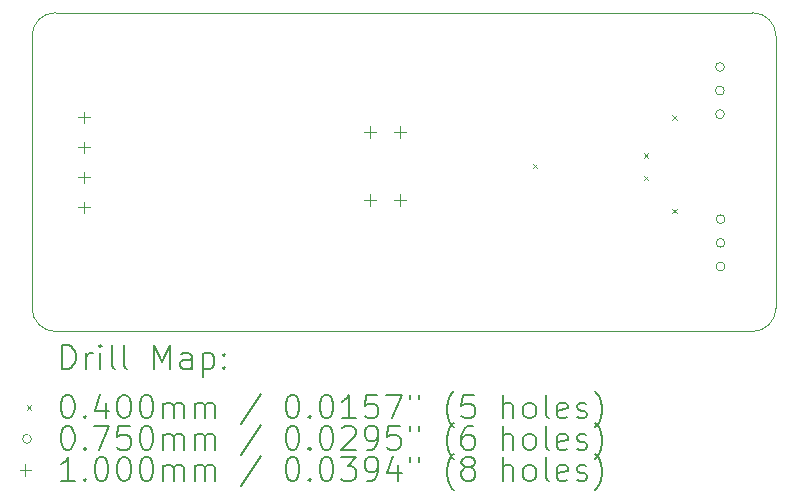
<source format=gbr>
%TF.GenerationSoftware,KiCad,Pcbnew,7.0.9-1.fc39*%
%TF.CreationDate,2023-11-14T16:17:19+02:00*%
%TF.ProjectId,CAN_transceiver_module,43414e5f-7472-4616-9e73-636569766572,v1.0*%
%TF.SameCoordinates,Original*%
%TF.FileFunction,Drillmap*%
%TF.FilePolarity,Positive*%
%FSLAX45Y45*%
G04 Gerber Fmt 4.5, Leading zero omitted, Abs format (unit mm)*
G04 Created by KiCad (PCBNEW 7.0.9-1.fc39) date 2023-11-14 16:17:19*
%MOMM*%
%LPD*%
G01*
G04 APERTURE LIST*
%ADD10C,0.100000*%
%ADD11C,0.200000*%
G04 APERTURE END LIST*
D10*
X9900000Y-8700000D02*
G75*
G03*
X9700000Y-8900000I0J-200000D01*
G01*
X16000000Y-8900000D02*
G75*
G03*
X15800000Y-8700000I-200000J0D01*
G01*
X9900000Y-8700000D02*
X15800000Y-8700000D01*
X9700000Y-11200000D02*
G75*
G03*
X9900000Y-11400000I200000J0D01*
G01*
X9700000Y-11200000D02*
X9700000Y-8900000D01*
X15800000Y-11400000D02*
G75*
G03*
X16000000Y-11200000I0J200000D01*
G01*
X16000000Y-8900000D02*
X16000000Y-11200000D01*
X15800000Y-11400000D02*
X9900000Y-11400000D01*
D11*
D10*
X13940000Y-9980000D02*
X13980000Y-10020000D01*
X13980000Y-9980000D02*
X13940000Y-10020000D01*
X14880000Y-9890000D02*
X14920000Y-9930000D01*
X14920000Y-9890000D02*
X14880000Y-9930000D01*
X14880000Y-10080000D02*
X14920000Y-10120000D01*
X14920000Y-10080000D02*
X14880000Y-10120000D01*
X15120000Y-9570000D02*
X15160000Y-9610000D01*
X15160000Y-9570000D02*
X15120000Y-9610000D01*
X15120000Y-10360000D02*
X15160000Y-10400000D01*
X15160000Y-10360000D02*
X15120000Y-10400000D01*
X15562500Y-9160000D02*
G75*
G03*
X15562500Y-9160000I-37500J0D01*
G01*
X15562500Y-9360000D02*
G75*
G03*
X15562500Y-9360000I-37500J0D01*
G01*
X15562500Y-9560000D02*
G75*
G03*
X15562500Y-9560000I-37500J0D01*
G01*
X15567500Y-10450000D02*
G75*
G03*
X15567500Y-10450000I-37500J0D01*
G01*
X15567500Y-10650000D02*
G75*
G03*
X15567500Y-10650000I-37500J0D01*
G01*
X15567500Y-10850000D02*
G75*
G03*
X15567500Y-10850000I-37500J0D01*
G01*
X10140000Y-9538000D02*
X10140000Y-9638000D01*
X10090000Y-9588000D02*
X10190000Y-9588000D01*
X10140000Y-9792000D02*
X10140000Y-9892000D01*
X10090000Y-9842000D02*
X10190000Y-9842000D01*
X10140000Y-10046000D02*
X10140000Y-10146000D01*
X10090000Y-10096000D02*
X10190000Y-10096000D01*
X10140000Y-10300000D02*
X10140000Y-10400000D01*
X10090000Y-10350000D02*
X10190000Y-10350000D01*
X12562500Y-9660000D02*
X12562500Y-9760000D01*
X12512500Y-9710000D02*
X12612500Y-9710000D01*
X12563500Y-10240000D02*
X12563500Y-10340000D01*
X12513500Y-10290000D02*
X12613500Y-10290000D01*
X12816500Y-9660000D02*
X12816500Y-9760000D01*
X12766500Y-9710000D02*
X12866500Y-9710000D01*
X12817500Y-10240000D02*
X12817500Y-10340000D01*
X12767500Y-10290000D02*
X12867500Y-10290000D01*
D11*
X9955777Y-11716484D02*
X9955777Y-11516484D01*
X9955777Y-11516484D02*
X10003396Y-11516484D01*
X10003396Y-11516484D02*
X10031967Y-11526008D01*
X10031967Y-11526008D02*
X10051015Y-11545055D01*
X10051015Y-11545055D02*
X10060539Y-11564103D01*
X10060539Y-11564103D02*
X10070063Y-11602198D01*
X10070063Y-11602198D02*
X10070063Y-11630769D01*
X10070063Y-11630769D02*
X10060539Y-11668865D01*
X10060539Y-11668865D02*
X10051015Y-11687912D01*
X10051015Y-11687912D02*
X10031967Y-11706960D01*
X10031967Y-11706960D02*
X10003396Y-11716484D01*
X10003396Y-11716484D02*
X9955777Y-11716484D01*
X10155777Y-11716484D02*
X10155777Y-11583150D01*
X10155777Y-11621246D02*
X10165301Y-11602198D01*
X10165301Y-11602198D02*
X10174824Y-11592674D01*
X10174824Y-11592674D02*
X10193872Y-11583150D01*
X10193872Y-11583150D02*
X10212920Y-11583150D01*
X10279586Y-11716484D02*
X10279586Y-11583150D01*
X10279586Y-11516484D02*
X10270063Y-11526008D01*
X10270063Y-11526008D02*
X10279586Y-11535531D01*
X10279586Y-11535531D02*
X10289110Y-11526008D01*
X10289110Y-11526008D02*
X10279586Y-11516484D01*
X10279586Y-11516484D02*
X10279586Y-11535531D01*
X10403396Y-11716484D02*
X10384348Y-11706960D01*
X10384348Y-11706960D02*
X10374824Y-11687912D01*
X10374824Y-11687912D02*
X10374824Y-11516484D01*
X10508158Y-11716484D02*
X10489110Y-11706960D01*
X10489110Y-11706960D02*
X10479586Y-11687912D01*
X10479586Y-11687912D02*
X10479586Y-11516484D01*
X10736729Y-11716484D02*
X10736729Y-11516484D01*
X10736729Y-11516484D02*
X10803396Y-11659341D01*
X10803396Y-11659341D02*
X10870063Y-11516484D01*
X10870063Y-11516484D02*
X10870063Y-11716484D01*
X11051015Y-11716484D02*
X11051015Y-11611722D01*
X11051015Y-11611722D02*
X11041491Y-11592674D01*
X11041491Y-11592674D02*
X11022444Y-11583150D01*
X11022444Y-11583150D02*
X10984348Y-11583150D01*
X10984348Y-11583150D02*
X10965301Y-11592674D01*
X11051015Y-11706960D02*
X11031967Y-11716484D01*
X11031967Y-11716484D02*
X10984348Y-11716484D01*
X10984348Y-11716484D02*
X10965301Y-11706960D01*
X10965301Y-11706960D02*
X10955777Y-11687912D01*
X10955777Y-11687912D02*
X10955777Y-11668865D01*
X10955777Y-11668865D02*
X10965301Y-11649817D01*
X10965301Y-11649817D02*
X10984348Y-11640293D01*
X10984348Y-11640293D02*
X11031967Y-11640293D01*
X11031967Y-11640293D02*
X11051015Y-11630769D01*
X11146253Y-11583150D02*
X11146253Y-11783150D01*
X11146253Y-11592674D02*
X11165301Y-11583150D01*
X11165301Y-11583150D02*
X11203396Y-11583150D01*
X11203396Y-11583150D02*
X11222443Y-11592674D01*
X11222443Y-11592674D02*
X11231967Y-11602198D01*
X11231967Y-11602198D02*
X11241491Y-11621246D01*
X11241491Y-11621246D02*
X11241491Y-11678388D01*
X11241491Y-11678388D02*
X11231967Y-11697436D01*
X11231967Y-11697436D02*
X11222443Y-11706960D01*
X11222443Y-11706960D02*
X11203396Y-11716484D01*
X11203396Y-11716484D02*
X11165301Y-11716484D01*
X11165301Y-11716484D02*
X11146253Y-11706960D01*
X11327205Y-11697436D02*
X11336729Y-11706960D01*
X11336729Y-11706960D02*
X11327205Y-11716484D01*
X11327205Y-11716484D02*
X11317682Y-11706960D01*
X11317682Y-11706960D02*
X11327205Y-11697436D01*
X11327205Y-11697436D02*
X11327205Y-11716484D01*
X11327205Y-11592674D02*
X11336729Y-11602198D01*
X11336729Y-11602198D02*
X11327205Y-11611722D01*
X11327205Y-11611722D02*
X11317682Y-11602198D01*
X11317682Y-11602198D02*
X11327205Y-11592674D01*
X11327205Y-11592674D02*
X11327205Y-11611722D01*
D10*
X9655000Y-12025000D02*
X9695000Y-12065000D01*
X9695000Y-12025000D02*
X9655000Y-12065000D01*
D11*
X9993872Y-11936484D02*
X10012920Y-11936484D01*
X10012920Y-11936484D02*
X10031967Y-11946008D01*
X10031967Y-11946008D02*
X10041491Y-11955531D01*
X10041491Y-11955531D02*
X10051015Y-11974579D01*
X10051015Y-11974579D02*
X10060539Y-12012674D01*
X10060539Y-12012674D02*
X10060539Y-12060293D01*
X10060539Y-12060293D02*
X10051015Y-12098388D01*
X10051015Y-12098388D02*
X10041491Y-12117436D01*
X10041491Y-12117436D02*
X10031967Y-12126960D01*
X10031967Y-12126960D02*
X10012920Y-12136484D01*
X10012920Y-12136484D02*
X9993872Y-12136484D01*
X9993872Y-12136484D02*
X9974824Y-12126960D01*
X9974824Y-12126960D02*
X9965301Y-12117436D01*
X9965301Y-12117436D02*
X9955777Y-12098388D01*
X9955777Y-12098388D02*
X9946253Y-12060293D01*
X9946253Y-12060293D02*
X9946253Y-12012674D01*
X9946253Y-12012674D02*
X9955777Y-11974579D01*
X9955777Y-11974579D02*
X9965301Y-11955531D01*
X9965301Y-11955531D02*
X9974824Y-11946008D01*
X9974824Y-11946008D02*
X9993872Y-11936484D01*
X10146253Y-12117436D02*
X10155777Y-12126960D01*
X10155777Y-12126960D02*
X10146253Y-12136484D01*
X10146253Y-12136484D02*
X10136729Y-12126960D01*
X10136729Y-12126960D02*
X10146253Y-12117436D01*
X10146253Y-12117436D02*
X10146253Y-12136484D01*
X10327205Y-12003150D02*
X10327205Y-12136484D01*
X10279586Y-11926960D02*
X10231967Y-12069817D01*
X10231967Y-12069817D02*
X10355777Y-12069817D01*
X10470063Y-11936484D02*
X10489110Y-11936484D01*
X10489110Y-11936484D02*
X10508158Y-11946008D01*
X10508158Y-11946008D02*
X10517682Y-11955531D01*
X10517682Y-11955531D02*
X10527205Y-11974579D01*
X10527205Y-11974579D02*
X10536729Y-12012674D01*
X10536729Y-12012674D02*
X10536729Y-12060293D01*
X10536729Y-12060293D02*
X10527205Y-12098388D01*
X10527205Y-12098388D02*
X10517682Y-12117436D01*
X10517682Y-12117436D02*
X10508158Y-12126960D01*
X10508158Y-12126960D02*
X10489110Y-12136484D01*
X10489110Y-12136484D02*
X10470063Y-12136484D01*
X10470063Y-12136484D02*
X10451015Y-12126960D01*
X10451015Y-12126960D02*
X10441491Y-12117436D01*
X10441491Y-12117436D02*
X10431967Y-12098388D01*
X10431967Y-12098388D02*
X10422444Y-12060293D01*
X10422444Y-12060293D02*
X10422444Y-12012674D01*
X10422444Y-12012674D02*
X10431967Y-11974579D01*
X10431967Y-11974579D02*
X10441491Y-11955531D01*
X10441491Y-11955531D02*
X10451015Y-11946008D01*
X10451015Y-11946008D02*
X10470063Y-11936484D01*
X10660539Y-11936484D02*
X10679586Y-11936484D01*
X10679586Y-11936484D02*
X10698634Y-11946008D01*
X10698634Y-11946008D02*
X10708158Y-11955531D01*
X10708158Y-11955531D02*
X10717682Y-11974579D01*
X10717682Y-11974579D02*
X10727205Y-12012674D01*
X10727205Y-12012674D02*
X10727205Y-12060293D01*
X10727205Y-12060293D02*
X10717682Y-12098388D01*
X10717682Y-12098388D02*
X10708158Y-12117436D01*
X10708158Y-12117436D02*
X10698634Y-12126960D01*
X10698634Y-12126960D02*
X10679586Y-12136484D01*
X10679586Y-12136484D02*
X10660539Y-12136484D01*
X10660539Y-12136484D02*
X10641491Y-12126960D01*
X10641491Y-12126960D02*
X10631967Y-12117436D01*
X10631967Y-12117436D02*
X10622444Y-12098388D01*
X10622444Y-12098388D02*
X10612920Y-12060293D01*
X10612920Y-12060293D02*
X10612920Y-12012674D01*
X10612920Y-12012674D02*
X10622444Y-11974579D01*
X10622444Y-11974579D02*
X10631967Y-11955531D01*
X10631967Y-11955531D02*
X10641491Y-11946008D01*
X10641491Y-11946008D02*
X10660539Y-11936484D01*
X10812920Y-12136484D02*
X10812920Y-12003150D01*
X10812920Y-12022198D02*
X10822444Y-12012674D01*
X10822444Y-12012674D02*
X10841491Y-12003150D01*
X10841491Y-12003150D02*
X10870063Y-12003150D01*
X10870063Y-12003150D02*
X10889110Y-12012674D01*
X10889110Y-12012674D02*
X10898634Y-12031722D01*
X10898634Y-12031722D02*
X10898634Y-12136484D01*
X10898634Y-12031722D02*
X10908158Y-12012674D01*
X10908158Y-12012674D02*
X10927205Y-12003150D01*
X10927205Y-12003150D02*
X10955777Y-12003150D01*
X10955777Y-12003150D02*
X10974825Y-12012674D01*
X10974825Y-12012674D02*
X10984348Y-12031722D01*
X10984348Y-12031722D02*
X10984348Y-12136484D01*
X11079586Y-12136484D02*
X11079586Y-12003150D01*
X11079586Y-12022198D02*
X11089110Y-12012674D01*
X11089110Y-12012674D02*
X11108158Y-12003150D01*
X11108158Y-12003150D02*
X11136729Y-12003150D01*
X11136729Y-12003150D02*
X11155777Y-12012674D01*
X11155777Y-12012674D02*
X11165301Y-12031722D01*
X11165301Y-12031722D02*
X11165301Y-12136484D01*
X11165301Y-12031722D02*
X11174825Y-12012674D01*
X11174825Y-12012674D02*
X11193872Y-12003150D01*
X11193872Y-12003150D02*
X11222443Y-12003150D01*
X11222443Y-12003150D02*
X11241491Y-12012674D01*
X11241491Y-12012674D02*
X11251015Y-12031722D01*
X11251015Y-12031722D02*
X11251015Y-12136484D01*
X11641491Y-11926960D02*
X11470063Y-12184103D01*
X11898634Y-11936484D02*
X11917682Y-11936484D01*
X11917682Y-11936484D02*
X11936729Y-11946008D01*
X11936729Y-11946008D02*
X11946253Y-11955531D01*
X11946253Y-11955531D02*
X11955777Y-11974579D01*
X11955777Y-11974579D02*
X11965301Y-12012674D01*
X11965301Y-12012674D02*
X11965301Y-12060293D01*
X11965301Y-12060293D02*
X11955777Y-12098388D01*
X11955777Y-12098388D02*
X11946253Y-12117436D01*
X11946253Y-12117436D02*
X11936729Y-12126960D01*
X11936729Y-12126960D02*
X11917682Y-12136484D01*
X11917682Y-12136484D02*
X11898634Y-12136484D01*
X11898634Y-12136484D02*
X11879586Y-12126960D01*
X11879586Y-12126960D02*
X11870063Y-12117436D01*
X11870063Y-12117436D02*
X11860539Y-12098388D01*
X11860539Y-12098388D02*
X11851015Y-12060293D01*
X11851015Y-12060293D02*
X11851015Y-12012674D01*
X11851015Y-12012674D02*
X11860539Y-11974579D01*
X11860539Y-11974579D02*
X11870063Y-11955531D01*
X11870063Y-11955531D02*
X11879586Y-11946008D01*
X11879586Y-11946008D02*
X11898634Y-11936484D01*
X12051015Y-12117436D02*
X12060539Y-12126960D01*
X12060539Y-12126960D02*
X12051015Y-12136484D01*
X12051015Y-12136484D02*
X12041491Y-12126960D01*
X12041491Y-12126960D02*
X12051015Y-12117436D01*
X12051015Y-12117436D02*
X12051015Y-12136484D01*
X12184348Y-11936484D02*
X12203396Y-11936484D01*
X12203396Y-11936484D02*
X12222444Y-11946008D01*
X12222444Y-11946008D02*
X12231967Y-11955531D01*
X12231967Y-11955531D02*
X12241491Y-11974579D01*
X12241491Y-11974579D02*
X12251015Y-12012674D01*
X12251015Y-12012674D02*
X12251015Y-12060293D01*
X12251015Y-12060293D02*
X12241491Y-12098388D01*
X12241491Y-12098388D02*
X12231967Y-12117436D01*
X12231967Y-12117436D02*
X12222444Y-12126960D01*
X12222444Y-12126960D02*
X12203396Y-12136484D01*
X12203396Y-12136484D02*
X12184348Y-12136484D01*
X12184348Y-12136484D02*
X12165301Y-12126960D01*
X12165301Y-12126960D02*
X12155777Y-12117436D01*
X12155777Y-12117436D02*
X12146253Y-12098388D01*
X12146253Y-12098388D02*
X12136729Y-12060293D01*
X12136729Y-12060293D02*
X12136729Y-12012674D01*
X12136729Y-12012674D02*
X12146253Y-11974579D01*
X12146253Y-11974579D02*
X12155777Y-11955531D01*
X12155777Y-11955531D02*
X12165301Y-11946008D01*
X12165301Y-11946008D02*
X12184348Y-11936484D01*
X12441491Y-12136484D02*
X12327206Y-12136484D01*
X12384348Y-12136484D02*
X12384348Y-11936484D01*
X12384348Y-11936484D02*
X12365301Y-11965055D01*
X12365301Y-11965055D02*
X12346253Y-11984103D01*
X12346253Y-11984103D02*
X12327206Y-11993627D01*
X12622444Y-11936484D02*
X12527206Y-11936484D01*
X12527206Y-11936484D02*
X12517682Y-12031722D01*
X12517682Y-12031722D02*
X12527206Y-12022198D01*
X12527206Y-12022198D02*
X12546253Y-12012674D01*
X12546253Y-12012674D02*
X12593872Y-12012674D01*
X12593872Y-12012674D02*
X12612920Y-12022198D01*
X12612920Y-12022198D02*
X12622444Y-12031722D01*
X12622444Y-12031722D02*
X12631967Y-12050769D01*
X12631967Y-12050769D02*
X12631967Y-12098388D01*
X12631967Y-12098388D02*
X12622444Y-12117436D01*
X12622444Y-12117436D02*
X12612920Y-12126960D01*
X12612920Y-12126960D02*
X12593872Y-12136484D01*
X12593872Y-12136484D02*
X12546253Y-12136484D01*
X12546253Y-12136484D02*
X12527206Y-12126960D01*
X12527206Y-12126960D02*
X12517682Y-12117436D01*
X12698634Y-11936484D02*
X12831967Y-11936484D01*
X12831967Y-11936484D02*
X12746253Y-12136484D01*
X12898634Y-11936484D02*
X12898634Y-11974579D01*
X12974825Y-11936484D02*
X12974825Y-11974579D01*
X13270063Y-12212674D02*
X13260539Y-12203150D01*
X13260539Y-12203150D02*
X13241491Y-12174579D01*
X13241491Y-12174579D02*
X13231968Y-12155531D01*
X13231968Y-12155531D02*
X13222444Y-12126960D01*
X13222444Y-12126960D02*
X13212920Y-12079341D01*
X13212920Y-12079341D02*
X13212920Y-12041246D01*
X13212920Y-12041246D02*
X13222444Y-11993627D01*
X13222444Y-11993627D02*
X13231968Y-11965055D01*
X13231968Y-11965055D02*
X13241491Y-11946008D01*
X13241491Y-11946008D02*
X13260539Y-11917436D01*
X13260539Y-11917436D02*
X13270063Y-11907912D01*
X13441491Y-11936484D02*
X13346253Y-11936484D01*
X13346253Y-11936484D02*
X13336729Y-12031722D01*
X13336729Y-12031722D02*
X13346253Y-12022198D01*
X13346253Y-12022198D02*
X13365301Y-12012674D01*
X13365301Y-12012674D02*
X13412920Y-12012674D01*
X13412920Y-12012674D02*
X13431968Y-12022198D01*
X13431968Y-12022198D02*
X13441491Y-12031722D01*
X13441491Y-12031722D02*
X13451015Y-12050769D01*
X13451015Y-12050769D02*
X13451015Y-12098388D01*
X13451015Y-12098388D02*
X13441491Y-12117436D01*
X13441491Y-12117436D02*
X13431968Y-12126960D01*
X13431968Y-12126960D02*
X13412920Y-12136484D01*
X13412920Y-12136484D02*
X13365301Y-12136484D01*
X13365301Y-12136484D02*
X13346253Y-12126960D01*
X13346253Y-12126960D02*
X13336729Y-12117436D01*
X13689110Y-12136484D02*
X13689110Y-11936484D01*
X13774825Y-12136484D02*
X13774825Y-12031722D01*
X13774825Y-12031722D02*
X13765301Y-12012674D01*
X13765301Y-12012674D02*
X13746253Y-12003150D01*
X13746253Y-12003150D02*
X13717682Y-12003150D01*
X13717682Y-12003150D02*
X13698634Y-12012674D01*
X13698634Y-12012674D02*
X13689110Y-12022198D01*
X13898634Y-12136484D02*
X13879587Y-12126960D01*
X13879587Y-12126960D02*
X13870063Y-12117436D01*
X13870063Y-12117436D02*
X13860539Y-12098388D01*
X13860539Y-12098388D02*
X13860539Y-12041246D01*
X13860539Y-12041246D02*
X13870063Y-12022198D01*
X13870063Y-12022198D02*
X13879587Y-12012674D01*
X13879587Y-12012674D02*
X13898634Y-12003150D01*
X13898634Y-12003150D02*
X13927206Y-12003150D01*
X13927206Y-12003150D02*
X13946253Y-12012674D01*
X13946253Y-12012674D02*
X13955777Y-12022198D01*
X13955777Y-12022198D02*
X13965301Y-12041246D01*
X13965301Y-12041246D02*
X13965301Y-12098388D01*
X13965301Y-12098388D02*
X13955777Y-12117436D01*
X13955777Y-12117436D02*
X13946253Y-12126960D01*
X13946253Y-12126960D02*
X13927206Y-12136484D01*
X13927206Y-12136484D02*
X13898634Y-12136484D01*
X14079587Y-12136484D02*
X14060539Y-12126960D01*
X14060539Y-12126960D02*
X14051015Y-12107912D01*
X14051015Y-12107912D02*
X14051015Y-11936484D01*
X14231968Y-12126960D02*
X14212920Y-12136484D01*
X14212920Y-12136484D02*
X14174825Y-12136484D01*
X14174825Y-12136484D02*
X14155777Y-12126960D01*
X14155777Y-12126960D02*
X14146253Y-12107912D01*
X14146253Y-12107912D02*
X14146253Y-12031722D01*
X14146253Y-12031722D02*
X14155777Y-12012674D01*
X14155777Y-12012674D02*
X14174825Y-12003150D01*
X14174825Y-12003150D02*
X14212920Y-12003150D01*
X14212920Y-12003150D02*
X14231968Y-12012674D01*
X14231968Y-12012674D02*
X14241491Y-12031722D01*
X14241491Y-12031722D02*
X14241491Y-12050769D01*
X14241491Y-12050769D02*
X14146253Y-12069817D01*
X14317682Y-12126960D02*
X14336730Y-12136484D01*
X14336730Y-12136484D02*
X14374825Y-12136484D01*
X14374825Y-12136484D02*
X14393872Y-12126960D01*
X14393872Y-12126960D02*
X14403396Y-12107912D01*
X14403396Y-12107912D02*
X14403396Y-12098388D01*
X14403396Y-12098388D02*
X14393872Y-12079341D01*
X14393872Y-12079341D02*
X14374825Y-12069817D01*
X14374825Y-12069817D02*
X14346253Y-12069817D01*
X14346253Y-12069817D02*
X14327206Y-12060293D01*
X14327206Y-12060293D02*
X14317682Y-12041246D01*
X14317682Y-12041246D02*
X14317682Y-12031722D01*
X14317682Y-12031722D02*
X14327206Y-12012674D01*
X14327206Y-12012674D02*
X14346253Y-12003150D01*
X14346253Y-12003150D02*
X14374825Y-12003150D01*
X14374825Y-12003150D02*
X14393872Y-12012674D01*
X14470063Y-12212674D02*
X14479587Y-12203150D01*
X14479587Y-12203150D02*
X14498634Y-12174579D01*
X14498634Y-12174579D02*
X14508158Y-12155531D01*
X14508158Y-12155531D02*
X14517682Y-12126960D01*
X14517682Y-12126960D02*
X14527206Y-12079341D01*
X14527206Y-12079341D02*
X14527206Y-12041246D01*
X14527206Y-12041246D02*
X14517682Y-11993627D01*
X14517682Y-11993627D02*
X14508158Y-11965055D01*
X14508158Y-11965055D02*
X14498634Y-11946008D01*
X14498634Y-11946008D02*
X14479587Y-11917436D01*
X14479587Y-11917436D02*
X14470063Y-11907912D01*
D10*
X9695000Y-12309000D02*
G75*
G03*
X9695000Y-12309000I-37500J0D01*
G01*
D11*
X9993872Y-12200484D02*
X10012920Y-12200484D01*
X10012920Y-12200484D02*
X10031967Y-12210008D01*
X10031967Y-12210008D02*
X10041491Y-12219531D01*
X10041491Y-12219531D02*
X10051015Y-12238579D01*
X10051015Y-12238579D02*
X10060539Y-12276674D01*
X10060539Y-12276674D02*
X10060539Y-12324293D01*
X10060539Y-12324293D02*
X10051015Y-12362388D01*
X10051015Y-12362388D02*
X10041491Y-12381436D01*
X10041491Y-12381436D02*
X10031967Y-12390960D01*
X10031967Y-12390960D02*
X10012920Y-12400484D01*
X10012920Y-12400484D02*
X9993872Y-12400484D01*
X9993872Y-12400484D02*
X9974824Y-12390960D01*
X9974824Y-12390960D02*
X9965301Y-12381436D01*
X9965301Y-12381436D02*
X9955777Y-12362388D01*
X9955777Y-12362388D02*
X9946253Y-12324293D01*
X9946253Y-12324293D02*
X9946253Y-12276674D01*
X9946253Y-12276674D02*
X9955777Y-12238579D01*
X9955777Y-12238579D02*
X9965301Y-12219531D01*
X9965301Y-12219531D02*
X9974824Y-12210008D01*
X9974824Y-12210008D02*
X9993872Y-12200484D01*
X10146253Y-12381436D02*
X10155777Y-12390960D01*
X10155777Y-12390960D02*
X10146253Y-12400484D01*
X10146253Y-12400484D02*
X10136729Y-12390960D01*
X10136729Y-12390960D02*
X10146253Y-12381436D01*
X10146253Y-12381436D02*
X10146253Y-12400484D01*
X10222444Y-12200484D02*
X10355777Y-12200484D01*
X10355777Y-12200484D02*
X10270063Y-12400484D01*
X10527205Y-12200484D02*
X10431967Y-12200484D01*
X10431967Y-12200484D02*
X10422444Y-12295722D01*
X10422444Y-12295722D02*
X10431967Y-12286198D01*
X10431967Y-12286198D02*
X10451015Y-12276674D01*
X10451015Y-12276674D02*
X10498634Y-12276674D01*
X10498634Y-12276674D02*
X10517682Y-12286198D01*
X10517682Y-12286198D02*
X10527205Y-12295722D01*
X10527205Y-12295722D02*
X10536729Y-12314769D01*
X10536729Y-12314769D02*
X10536729Y-12362388D01*
X10536729Y-12362388D02*
X10527205Y-12381436D01*
X10527205Y-12381436D02*
X10517682Y-12390960D01*
X10517682Y-12390960D02*
X10498634Y-12400484D01*
X10498634Y-12400484D02*
X10451015Y-12400484D01*
X10451015Y-12400484D02*
X10431967Y-12390960D01*
X10431967Y-12390960D02*
X10422444Y-12381436D01*
X10660539Y-12200484D02*
X10679586Y-12200484D01*
X10679586Y-12200484D02*
X10698634Y-12210008D01*
X10698634Y-12210008D02*
X10708158Y-12219531D01*
X10708158Y-12219531D02*
X10717682Y-12238579D01*
X10717682Y-12238579D02*
X10727205Y-12276674D01*
X10727205Y-12276674D02*
X10727205Y-12324293D01*
X10727205Y-12324293D02*
X10717682Y-12362388D01*
X10717682Y-12362388D02*
X10708158Y-12381436D01*
X10708158Y-12381436D02*
X10698634Y-12390960D01*
X10698634Y-12390960D02*
X10679586Y-12400484D01*
X10679586Y-12400484D02*
X10660539Y-12400484D01*
X10660539Y-12400484D02*
X10641491Y-12390960D01*
X10641491Y-12390960D02*
X10631967Y-12381436D01*
X10631967Y-12381436D02*
X10622444Y-12362388D01*
X10622444Y-12362388D02*
X10612920Y-12324293D01*
X10612920Y-12324293D02*
X10612920Y-12276674D01*
X10612920Y-12276674D02*
X10622444Y-12238579D01*
X10622444Y-12238579D02*
X10631967Y-12219531D01*
X10631967Y-12219531D02*
X10641491Y-12210008D01*
X10641491Y-12210008D02*
X10660539Y-12200484D01*
X10812920Y-12400484D02*
X10812920Y-12267150D01*
X10812920Y-12286198D02*
X10822444Y-12276674D01*
X10822444Y-12276674D02*
X10841491Y-12267150D01*
X10841491Y-12267150D02*
X10870063Y-12267150D01*
X10870063Y-12267150D02*
X10889110Y-12276674D01*
X10889110Y-12276674D02*
X10898634Y-12295722D01*
X10898634Y-12295722D02*
X10898634Y-12400484D01*
X10898634Y-12295722D02*
X10908158Y-12276674D01*
X10908158Y-12276674D02*
X10927205Y-12267150D01*
X10927205Y-12267150D02*
X10955777Y-12267150D01*
X10955777Y-12267150D02*
X10974825Y-12276674D01*
X10974825Y-12276674D02*
X10984348Y-12295722D01*
X10984348Y-12295722D02*
X10984348Y-12400484D01*
X11079586Y-12400484D02*
X11079586Y-12267150D01*
X11079586Y-12286198D02*
X11089110Y-12276674D01*
X11089110Y-12276674D02*
X11108158Y-12267150D01*
X11108158Y-12267150D02*
X11136729Y-12267150D01*
X11136729Y-12267150D02*
X11155777Y-12276674D01*
X11155777Y-12276674D02*
X11165301Y-12295722D01*
X11165301Y-12295722D02*
X11165301Y-12400484D01*
X11165301Y-12295722D02*
X11174825Y-12276674D01*
X11174825Y-12276674D02*
X11193872Y-12267150D01*
X11193872Y-12267150D02*
X11222443Y-12267150D01*
X11222443Y-12267150D02*
X11241491Y-12276674D01*
X11241491Y-12276674D02*
X11251015Y-12295722D01*
X11251015Y-12295722D02*
X11251015Y-12400484D01*
X11641491Y-12190960D02*
X11470063Y-12448103D01*
X11898634Y-12200484D02*
X11917682Y-12200484D01*
X11917682Y-12200484D02*
X11936729Y-12210008D01*
X11936729Y-12210008D02*
X11946253Y-12219531D01*
X11946253Y-12219531D02*
X11955777Y-12238579D01*
X11955777Y-12238579D02*
X11965301Y-12276674D01*
X11965301Y-12276674D02*
X11965301Y-12324293D01*
X11965301Y-12324293D02*
X11955777Y-12362388D01*
X11955777Y-12362388D02*
X11946253Y-12381436D01*
X11946253Y-12381436D02*
X11936729Y-12390960D01*
X11936729Y-12390960D02*
X11917682Y-12400484D01*
X11917682Y-12400484D02*
X11898634Y-12400484D01*
X11898634Y-12400484D02*
X11879586Y-12390960D01*
X11879586Y-12390960D02*
X11870063Y-12381436D01*
X11870063Y-12381436D02*
X11860539Y-12362388D01*
X11860539Y-12362388D02*
X11851015Y-12324293D01*
X11851015Y-12324293D02*
X11851015Y-12276674D01*
X11851015Y-12276674D02*
X11860539Y-12238579D01*
X11860539Y-12238579D02*
X11870063Y-12219531D01*
X11870063Y-12219531D02*
X11879586Y-12210008D01*
X11879586Y-12210008D02*
X11898634Y-12200484D01*
X12051015Y-12381436D02*
X12060539Y-12390960D01*
X12060539Y-12390960D02*
X12051015Y-12400484D01*
X12051015Y-12400484D02*
X12041491Y-12390960D01*
X12041491Y-12390960D02*
X12051015Y-12381436D01*
X12051015Y-12381436D02*
X12051015Y-12400484D01*
X12184348Y-12200484D02*
X12203396Y-12200484D01*
X12203396Y-12200484D02*
X12222444Y-12210008D01*
X12222444Y-12210008D02*
X12231967Y-12219531D01*
X12231967Y-12219531D02*
X12241491Y-12238579D01*
X12241491Y-12238579D02*
X12251015Y-12276674D01*
X12251015Y-12276674D02*
X12251015Y-12324293D01*
X12251015Y-12324293D02*
X12241491Y-12362388D01*
X12241491Y-12362388D02*
X12231967Y-12381436D01*
X12231967Y-12381436D02*
X12222444Y-12390960D01*
X12222444Y-12390960D02*
X12203396Y-12400484D01*
X12203396Y-12400484D02*
X12184348Y-12400484D01*
X12184348Y-12400484D02*
X12165301Y-12390960D01*
X12165301Y-12390960D02*
X12155777Y-12381436D01*
X12155777Y-12381436D02*
X12146253Y-12362388D01*
X12146253Y-12362388D02*
X12136729Y-12324293D01*
X12136729Y-12324293D02*
X12136729Y-12276674D01*
X12136729Y-12276674D02*
X12146253Y-12238579D01*
X12146253Y-12238579D02*
X12155777Y-12219531D01*
X12155777Y-12219531D02*
X12165301Y-12210008D01*
X12165301Y-12210008D02*
X12184348Y-12200484D01*
X12327206Y-12219531D02*
X12336729Y-12210008D01*
X12336729Y-12210008D02*
X12355777Y-12200484D01*
X12355777Y-12200484D02*
X12403396Y-12200484D01*
X12403396Y-12200484D02*
X12422444Y-12210008D01*
X12422444Y-12210008D02*
X12431967Y-12219531D01*
X12431967Y-12219531D02*
X12441491Y-12238579D01*
X12441491Y-12238579D02*
X12441491Y-12257627D01*
X12441491Y-12257627D02*
X12431967Y-12286198D01*
X12431967Y-12286198D02*
X12317682Y-12400484D01*
X12317682Y-12400484D02*
X12441491Y-12400484D01*
X12536729Y-12400484D02*
X12574825Y-12400484D01*
X12574825Y-12400484D02*
X12593872Y-12390960D01*
X12593872Y-12390960D02*
X12603396Y-12381436D01*
X12603396Y-12381436D02*
X12622444Y-12352865D01*
X12622444Y-12352865D02*
X12631967Y-12314769D01*
X12631967Y-12314769D02*
X12631967Y-12238579D01*
X12631967Y-12238579D02*
X12622444Y-12219531D01*
X12622444Y-12219531D02*
X12612920Y-12210008D01*
X12612920Y-12210008D02*
X12593872Y-12200484D01*
X12593872Y-12200484D02*
X12555777Y-12200484D01*
X12555777Y-12200484D02*
X12536729Y-12210008D01*
X12536729Y-12210008D02*
X12527206Y-12219531D01*
X12527206Y-12219531D02*
X12517682Y-12238579D01*
X12517682Y-12238579D02*
X12517682Y-12286198D01*
X12517682Y-12286198D02*
X12527206Y-12305246D01*
X12527206Y-12305246D02*
X12536729Y-12314769D01*
X12536729Y-12314769D02*
X12555777Y-12324293D01*
X12555777Y-12324293D02*
X12593872Y-12324293D01*
X12593872Y-12324293D02*
X12612920Y-12314769D01*
X12612920Y-12314769D02*
X12622444Y-12305246D01*
X12622444Y-12305246D02*
X12631967Y-12286198D01*
X12812920Y-12200484D02*
X12717682Y-12200484D01*
X12717682Y-12200484D02*
X12708158Y-12295722D01*
X12708158Y-12295722D02*
X12717682Y-12286198D01*
X12717682Y-12286198D02*
X12736729Y-12276674D01*
X12736729Y-12276674D02*
X12784348Y-12276674D01*
X12784348Y-12276674D02*
X12803396Y-12286198D01*
X12803396Y-12286198D02*
X12812920Y-12295722D01*
X12812920Y-12295722D02*
X12822444Y-12314769D01*
X12822444Y-12314769D02*
X12822444Y-12362388D01*
X12822444Y-12362388D02*
X12812920Y-12381436D01*
X12812920Y-12381436D02*
X12803396Y-12390960D01*
X12803396Y-12390960D02*
X12784348Y-12400484D01*
X12784348Y-12400484D02*
X12736729Y-12400484D01*
X12736729Y-12400484D02*
X12717682Y-12390960D01*
X12717682Y-12390960D02*
X12708158Y-12381436D01*
X12898634Y-12200484D02*
X12898634Y-12238579D01*
X12974825Y-12200484D02*
X12974825Y-12238579D01*
X13270063Y-12476674D02*
X13260539Y-12467150D01*
X13260539Y-12467150D02*
X13241491Y-12438579D01*
X13241491Y-12438579D02*
X13231968Y-12419531D01*
X13231968Y-12419531D02*
X13222444Y-12390960D01*
X13222444Y-12390960D02*
X13212920Y-12343341D01*
X13212920Y-12343341D02*
X13212920Y-12305246D01*
X13212920Y-12305246D02*
X13222444Y-12257627D01*
X13222444Y-12257627D02*
X13231968Y-12229055D01*
X13231968Y-12229055D02*
X13241491Y-12210008D01*
X13241491Y-12210008D02*
X13260539Y-12181436D01*
X13260539Y-12181436D02*
X13270063Y-12171912D01*
X13431968Y-12200484D02*
X13393872Y-12200484D01*
X13393872Y-12200484D02*
X13374825Y-12210008D01*
X13374825Y-12210008D02*
X13365301Y-12219531D01*
X13365301Y-12219531D02*
X13346253Y-12248103D01*
X13346253Y-12248103D02*
X13336729Y-12286198D01*
X13336729Y-12286198D02*
X13336729Y-12362388D01*
X13336729Y-12362388D02*
X13346253Y-12381436D01*
X13346253Y-12381436D02*
X13355777Y-12390960D01*
X13355777Y-12390960D02*
X13374825Y-12400484D01*
X13374825Y-12400484D02*
X13412920Y-12400484D01*
X13412920Y-12400484D02*
X13431968Y-12390960D01*
X13431968Y-12390960D02*
X13441491Y-12381436D01*
X13441491Y-12381436D02*
X13451015Y-12362388D01*
X13451015Y-12362388D02*
X13451015Y-12314769D01*
X13451015Y-12314769D02*
X13441491Y-12295722D01*
X13441491Y-12295722D02*
X13431968Y-12286198D01*
X13431968Y-12286198D02*
X13412920Y-12276674D01*
X13412920Y-12276674D02*
X13374825Y-12276674D01*
X13374825Y-12276674D02*
X13355777Y-12286198D01*
X13355777Y-12286198D02*
X13346253Y-12295722D01*
X13346253Y-12295722D02*
X13336729Y-12314769D01*
X13689110Y-12400484D02*
X13689110Y-12200484D01*
X13774825Y-12400484D02*
X13774825Y-12295722D01*
X13774825Y-12295722D02*
X13765301Y-12276674D01*
X13765301Y-12276674D02*
X13746253Y-12267150D01*
X13746253Y-12267150D02*
X13717682Y-12267150D01*
X13717682Y-12267150D02*
X13698634Y-12276674D01*
X13698634Y-12276674D02*
X13689110Y-12286198D01*
X13898634Y-12400484D02*
X13879587Y-12390960D01*
X13879587Y-12390960D02*
X13870063Y-12381436D01*
X13870063Y-12381436D02*
X13860539Y-12362388D01*
X13860539Y-12362388D02*
X13860539Y-12305246D01*
X13860539Y-12305246D02*
X13870063Y-12286198D01*
X13870063Y-12286198D02*
X13879587Y-12276674D01*
X13879587Y-12276674D02*
X13898634Y-12267150D01*
X13898634Y-12267150D02*
X13927206Y-12267150D01*
X13927206Y-12267150D02*
X13946253Y-12276674D01*
X13946253Y-12276674D02*
X13955777Y-12286198D01*
X13955777Y-12286198D02*
X13965301Y-12305246D01*
X13965301Y-12305246D02*
X13965301Y-12362388D01*
X13965301Y-12362388D02*
X13955777Y-12381436D01*
X13955777Y-12381436D02*
X13946253Y-12390960D01*
X13946253Y-12390960D02*
X13927206Y-12400484D01*
X13927206Y-12400484D02*
X13898634Y-12400484D01*
X14079587Y-12400484D02*
X14060539Y-12390960D01*
X14060539Y-12390960D02*
X14051015Y-12371912D01*
X14051015Y-12371912D02*
X14051015Y-12200484D01*
X14231968Y-12390960D02*
X14212920Y-12400484D01*
X14212920Y-12400484D02*
X14174825Y-12400484D01*
X14174825Y-12400484D02*
X14155777Y-12390960D01*
X14155777Y-12390960D02*
X14146253Y-12371912D01*
X14146253Y-12371912D02*
X14146253Y-12295722D01*
X14146253Y-12295722D02*
X14155777Y-12276674D01*
X14155777Y-12276674D02*
X14174825Y-12267150D01*
X14174825Y-12267150D02*
X14212920Y-12267150D01*
X14212920Y-12267150D02*
X14231968Y-12276674D01*
X14231968Y-12276674D02*
X14241491Y-12295722D01*
X14241491Y-12295722D02*
X14241491Y-12314769D01*
X14241491Y-12314769D02*
X14146253Y-12333817D01*
X14317682Y-12390960D02*
X14336730Y-12400484D01*
X14336730Y-12400484D02*
X14374825Y-12400484D01*
X14374825Y-12400484D02*
X14393872Y-12390960D01*
X14393872Y-12390960D02*
X14403396Y-12371912D01*
X14403396Y-12371912D02*
X14403396Y-12362388D01*
X14403396Y-12362388D02*
X14393872Y-12343341D01*
X14393872Y-12343341D02*
X14374825Y-12333817D01*
X14374825Y-12333817D02*
X14346253Y-12333817D01*
X14346253Y-12333817D02*
X14327206Y-12324293D01*
X14327206Y-12324293D02*
X14317682Y-12305246D01*
X14317682Y-12305246D02*
X14317682Y-12295722D01*
X14317682Y-12295722D02*
X14327206Y-12276674D01*
X14327206Y-12276674D02*
X14346253Y-12267150D01*
X14346253Y-12267150D02*
X14374825Y-12267150D01*
X14374825Y-12267150D02*
X14393872Y-12276674D01*
X14470063Y-12476674D02*
X14479587Y-12467150D01*
X14479587Y-12467150D02*
X14498634Y-12438579D01*
X14498634Y-12438579D02*
X14508158Y-12419531D01*
X14508158Y-12419531D02*
X14517682Y-12390960D01*
X14517682Y-12390960D02*
X14527206Y-12343341D01*
X14527206Y-12343341D02*
X14527206Y-12305246D01*
X14527206Y-12305246D02*
X14517682Y-12257627D01*
X14517682Y-12257627D02*
X14508158Y-12229055D01*
X14508158Y-12229055D02*
X14498634Y-12210008D01*
X14498634Y-12210008D02*
X14479587Y-12181436D01*
X14479587Y-12181436D02*
X14470063Y-12171912D01*
D10*
X9645000Y-12523000D02*
X9645000Y-12623000D01*
X9595000Y-12573000D02*
X9695000Y-12573000D01*
D11*
X10060539Y-12664484D02*
X9946253Y-12664484D01*
X10003396Y-12664484D02*
X10003396Y-12464484D01*
X10003396Y-12464484D02*
X9984348Y-12493055D01*
X9984348Y-12493055D02*
X9965301Y-12512103D01*
X9965301Y-12512103D02*
X9946253Y-12521627D01*
X10146253Y-12645436D02*
X10155777Y-12654960D01*
X10155777Y-12654960D02*
X10146253Y-12664484D01*
X10146253Y-12664484D02*
X10136729Y-12654960D01*
X10136729Y-12654960D02*
X10146253Y-12645436D01*
X10146253Y-12645436D02*
X10146253Y-12664484D01*
X10279586Y-12464484D02*
X10298634Y-12464484D01*
X10298634Y-12464484D02*
X10317682Y-12474008D01*
X10317682Y-12474008D02*
X10327205Y-12483531D01*
X10327205Y-12483531D02*
X10336729Y-12502579D01*
X10336729Y-12502579D02*
X10346253Y-12540674D01*
X10346253Y-12540674D02*
X10346253Y-12588293D01*
X10346253Y-12588293D02*
X10336729Y-12626388D01*
X10336729Y-12626388D02*
X10327205Y-12645436D01*
X10327205Y-12645436D02*
X10317682Y-12654960D01*
X10317682Y-12654960D02*
X10298634Y-12664484D01*
X10298634Y-12664484D02*
X10279586Y-12664484D01*
X10279586Y-12664484D02*
X10260539Y-12654960D01*
X10260539Y-12654960D02*
X10251015Y-12645436D01*
X10251015Y-12645436D02*
X10241491Y-12626388D01*
X10241491Y-12626388D02*
X10231967Y-12588293D01*
X10231967Y-12588293D02*
X10231967Y-12540674D01*
X10231967Y-12540674D02*
X10241491Y-12502579D01*
X10241491Y-12502579D02*
X10251015Y-12483531D01*
X10251015Y-12483531D02*
X10260539Y-12474008D01*
X10260539Y-12474008D02*
X10279586Y-12464484D01*
X10470063Y-12464484D02*
X10489110Y-12464484D01*
X10489110Y-12464484D02*
X10508158Y-12474008D01*
X10508158Y-12474008D02*
X10517682Y-12483531D01*
X10517682Y-12483531D02*
X10527205Y-12502579D01*
X10527205Y-12502579D02*
X10536729Y-12540674D01*
X10536729Y-12540674D02*
X10536729Y-12588293D01*
X10536729Y-12588293D02*
X10527205Y-12626388D01*
X10527205Y-12626388D02*
X10517682Y-12645436D01*
X10517682Y-12645436D02*
X10508158Y-12654960D01*
X10508158Y-12654960D02*
X10489110Y-12664484D01*
X10489110Y-12664484D02*
X10470063Y-12664484D01*
X10470063Y-12664484D02*
X10451015Y-12654960D01*
X10451015Y-12654960D02*
X10441491Y-12645436D01*
X10441491Y-12645436D02*
X10431967Y-12626388D01*
X10431967Y-12626388D02*
X10422444Y-12588293D01*
X10422444Y-12588293D02*
X10422444Y-12540674D01*
X10422444Y-12540674D02*
X10431967Y-12502579D01*
X10431967Y-12502579D02*
X10441491Y-12483531D01*
X10441491Y-12483531D02*
X10451015Y-12474008D01*
X10451015Y-12474008D02*
X10470063Y-12464484D01*
X10660539Y-12464484D02*
X10679586Y-12464484D01*
X10679586Y-12464484D02*
X10698634Y-12474008D01*
X10698634Y-12474008D02*
X10708158Y-12483531D01*
X10708158Y-12483531D02*
X10717682Y-12502579D01*
X10717682Y-12502579D02*
X10727205Y-12540674D01*
X10727205Y-12540674D02*
X10727205Y-12588293D01*
X10727205Y-12588293D02*
X10717682Y-12626388D01*
X10717682Y-12626388D02*
X10708158Y-12645436D01*
X10708158Y-12645436D02*
X10698634Y-12654960D01*
X10698634Y-12654960D02*
X10679586Y-12664484D01*
X10679586Y-12664484D02*
X10660539Y-12664484D01*
X10660539Y-12664484D02*
X10641491Y-12654960D01*
X10641491Y-12654960D02*
X10631967Y-12645436D01*
X10631967Y-12645436D02*
X10622444Y-12626388D01*
X10622444Y-12626388D02*
X10612920Y-12588293D01*
X10612920Y-12588293D02*
X10612920Y-12540674D01*
X10612920Y-12540674D02*
X10622444Y-12502579D01*
X10622444Y-12502579D02*
X10631967Y-12483531D01*
X10631967Y-12483531D02*
X10641491Y-12474008D01*
X10641491Y-12474008D02*
X10660539Y-12464484D01*
X10812920Y-12664484D02*
X10812920Y-12531150D01*
X10812920Y-12550198D02*
X10822444Y-12540674D01*
X10822444Y-12540674D02*
X10841491Y-12531150D01*
X10841491Y-12531150D02*
X10870063Y-12531150D01*
X10870063Y-12531150D02*
X10889110Y-12540674D01*
X10889110Y-12540674D02*
X10898634Y-12559722D01*
X10898634Y-12559722D02*
X10898634Y-12664484D01*
X10898634Y-12559722D02*
X10908158Y-12540674D01*
X10908158Y-12540674D02*
X10927205Y-12531150D01*
X10927205Y-12531150D02*
X10955777Y-12531150D01*
X10955777Y-12531150D02*
X10974825Y-12540674D01*
X10974825Y-12540674D02*
X10984348Y-12559722D01*
X10984348Y-12559722D02*
X10984348Y-12664484D01*
X11079586Y-12664484D02*
X11079586Y-12531150D01*
X11079586Y-12550198D02*
X11089110Y-12540674D01*
X11089110Y-12540674D02*
X11108158Y-12531150D01*
X11108158Y-12531150D02*
X11136729Y-12531150D01*
X11136729Y-12531150D02*
X11155777Y-12540674D01*
X11155777Y-12540674D02*
X11165301Y-12559722D01*
X11165301Y-12559722D02*
X11165301Y-12664484D01*
X11165301Y-12559722D02*
X11174825Y-12540674D01*
X11174825Y-12540674D02*
X11193872Y-12531150D01*
X11193872Y-12531150D02*
X11222443Y-12531150D01*
X11222443Y-12531150D02*
X11241491Y-12540674D01*
X11241491Y-12540674D02*
X11251015Y-12559722D01*
X11251015Y-12559722D02*
X11251015Y-12664484D01*
X11641491Y-12454960D02*
X11470063Y-12712103D01*
X11898634Y-12464484D02*
X11917682Y-12464484D01*
X11917682Y-12464484D02*
X11936729Y-12474008D01*
X11936729Y-12474008D02*
X11946253Y-12483531D01*
X11946253Y-12483531D02*
X11955777Y-12502579D01*
X11955777Y-12502579D02*
X11965301Y-12540674D01*
X11965301Y-12540674D02*
X11965301Y-12588293D01*
X11965301Y-12588293D02*
X11955777Y-12626388D01*
X11955777Y-12626388D02*
X11946253Y-12645436D01*
X11946253Y-12645436D02*
X11936729Y-12654960D01*
X11936729Y-12654960D02*
X11917682Y-12664484D01*
X11917682Y-12664484D02*
X11898634Y-12664484D01*
X11898634Y-12664484D02*
X11879586Y-12654960D01*
X11879586Y-12654960D02*
X11870063Y-12645436D01*
X11870063Y-12645436D02*
X11860539Y-12626388D01*
X11860539Y-12626388D02*
X11851015Y-12588293D01*
X11851015Y-12588293D02*
X11851015Y-12540674D01*
X11851015Y-12540674D02*
X11860539Y-12502579D01*
X11860539Y-12502579D02*
X11870063Y-12483531D01*
X11870063Y-12483531D02*
X11879586Y-12474008D01*
X11879586Y-12474008D02*
X11898634Y-12464484D01*
X12051015Y-12645436D02*
X12060539Y-12654960D01*
X12060539Y-12654960D02*
X12051015Y-12664484D01*
X12051015Y-12664484D02*
X12041491Y-12654960D01*
X12041491Y-12654960D02*
X12051015Y-12645436D01*
X12051015Y-12645436D02*
X12051015Y-12664484D01*
X12184348Y-12464484D02*
X12203396Y-12464484D01*
X12203396Y-12464484D02*
X12222444Y-12474008D01*
X12222444Y-12474008D02*
X12231967Y-12483531D01*
X12231967Y-12483531D02*
X12241491Y-12502579D01*
X12241491Y-12502579D02*
X12251015Y-12540674D01*
X12251015Y-12540674D02*
X12251015Y-12588293D01*
X12251015Y-12588293D02*
X12241491Y-12626388D01*
X12241491Y-12626388D02*
X12231967Y-12645436D01*
X12231967Y-12645436D02*
X12222444Y-12654960D01*
X12222444Y-12654960D02*
X12203396Y-12664484D01*
X12203396Y-12664484D02*
X12184348Y-12664484D01*
X12184348Y-12664484D02*
X12165301Y-12654960D01*
X12165301Y-12654960D02*
X12155777Y-12645436D01*
X12155777Y-12645436D02*
X12146253Y-12626388D01*
X12146253Y-12626388D02*
X12136729Y-12588293D01*
X12136729Y-12588293D02*
X12136729Y-12540674D01*
X12136729Y-12540674D02*
X12146253Y-12502579D01*
X12146253Y-12502579D02*
X12155777Y-12483531D01*
X12155777Y-12483531D02*
X12165301Y-12474008D01*
X12165301Y-12474008D02*
X12184348Y-12464484D01*
X12317682Y-12464484D02*
X12441491Y-12464484D01*
X12441491Y-12464484D02*
X12374825Y-12540674D01*
X12374825Y-12540674D02*
X12403396Y-12540674D01*
X12403396Y-12540674D02*
X12422444Y-12550198D01*
X12422444Y-12550198D02*
X12431967Y-12559722D01*
X12431967Y-12559722D02*
X12441491Y-12578769D01*
X12441491Y-12578769D02*
X12441491Y-12626388D01*
X12441491Y-12626388D02*
X12431967Y-12645436D01*
X12431967Y-12645436D02*
X12422444Y-12654960D01*
X12422444Y-12654960D02*
X12403396Y-12664484D01*
X12403396Y-12664484D02*
X12346253Y-12664484D01*
X12346253Y-12664484D02*
X12327206Y-12654960D01*
X12327206Y-12654960D02*
X12317682Y-12645436D01*
X12536729Y-12664484D02*
X12574825Y-12664484D01*
X12574825Y-12664484D02*
X12593872Y-12654960D01*
X12593872Y-12654960D02*
X12603396Y-12645436D01*
X12603396Y-12645436D02*
X12622444Y-12616865D01*
X12622444Y-12616865D02*
X12631967Y-12578769D01*
X12631967Y-12578769D02*
X12631967Y-12502579D01*
X12631967Y-12502579D02*
X12622444Y-12483531D01*
X12622444Y-12483531D02*
X12612920Y-12474008D01*
X12612920Y-12474008D02*
X12593872Y-12464484D01*
X12593872Y-12464484D02*
X12555777Y-12464484D01*
X12555777Y-12464484D02*
X12536729Y-12474008D01*
X12536729Y-12474008D02*
X12527206Y-12483531D01*
X12527206Y-12483531D02*
X12517682Y-12502579D01*
X12517682Y-12502579D02*
X12517682Y-12550198D01*
X12517682Y-12550198D02*
X12527206Y-12569246D01*
X12527206Y-12569246D02*
X12536729Y-12578769D01*
X12536729Y-12578769D02*
X12555777Y-12588293D01*
X12555777Y-12588293D02*
X12593872Y-12588293D01*
X12593872Y-12588293D02*
X12612920Y-12578769D01*
X12612920Y-12578769D02*
X12622444Y-12569246D01*
X12622444Y-12569246D02*
X12631967Y-12550198D01*
X12803396Y-12531150D02*
X12803396Y-12664484D01*
X12755777Y-12454960D02*
X12708158Y-12597817D01*
X12708158Y-12597817D02*
X12831967Y-12597817D01*
X12898634Y-12464484D02*
X12898634Y-12502579D01*
X12974825Y-12464484D02*
X12974825Y-12502579D01*
X13270063Y-12740674D02*
X13260539Y-12731150D01*
X13260539Y-12731150D02*
X13241491Y-12702579D01*
X13241491Y-12702579D02*
X13231968Y-12683531D01*
X13231968Y-12683531D02*
X13222444Y-12654960D01*
X13222444Y-12654960D02*
X13212920Y-12607341D01*
X13212920Y-12607341D02*
X13212920Y-12569246D01*
X13212920Y-12569246D02*
X13222444Y-12521627D01*
X13222444Y-12521627D02*
X13231968Y-12493055D01*
X13231968Y-12493055D02*
X13241491Y-12474008D01*
X13241491Y-12474008D02*
X13260539Y-12445436D01*
X13260539Y-12445436D02*
X13270063Y-12435912D01*
X13374825Y-12550198D02*
X13355777Y-12540674D01*
X13355777Y-12540674D02*
X13346253Y-12531150D01*
X13346253Y-12531150D02*
X13336729Y-12512103D01*
X13336729Y-12512103D02*
X13336729Y-12502579D01*
X13336729Y-12502579D02*
X13346253Y-12483531D01*
X13346253Y-12483531D02*
X13355777Y-12474008D01*
X13355777Y-12474008D02*
X13374825Y-12464484D01*
X13374825Y-12464484D02*
X13412920Y-12464484D01*
X13412920Y-12464484D02*
X13431968Y-12474008D01*
X13431968Y-12474008D02*
X13441491Y-12483531D01*
X13441491Y-12483531D02*
X13451015Y-12502579D01*
X13451015Y-12502579D02*
X13451015Y-12512103D01*
X13451015Y-12512103D02*
X13441491Y-12531150D01*
X13441491Y-12531150D02*
X13431968Y-12540674D01*
X13431968Y-12540674D02*
X13412920Y-12550198D01*
X13412920Y-12550198D02*
X13374825Y-12550198D01*
X13374825Y-12550198D02*
X13355777Y-12559722D01*
X13355777Y-12559722D02*
X13346253Y-12569246D01*
X13346253Y-12569246D02*
X13336729Y-12588293D01*
X13336729Y-12588293D02*
X13336729Y-12626388D01*
X13336729Y-12626388D02*
X13346253Y-12645436D01*
X13346253Y-12645436D02*
X13355777Y-12654960D01*
X13355777Y-12654960D02*
X13374825Y-12664484D01*
X13374825Y-12664484D02*
X13412920Y-12664484D01*
X13412920Y-12664484D02*
X13431968Y-12654960D01*
X13431968Y-12654960D02*
X13441491Y-12645436D01*
X13441491Y-12645436D02*
X13451015Y-12626388D01*
X13451015Y-12626388D02*
X13451015Y-12588293D01*
X13451015Y-12588293D02*
X13441491Y-12569246D01*
X13441491Y-12569246D02*
X13431968Y-12559722D01*
X13431968Y-12559722D02*
X13412920Y-12550198D01*
X13689110Y-12664484D02*
X13689110Y-12464484D01*
X13774825Y-12664484D02*
X13774825Y-12559722D01*
X13774825Y-12559722D02*
X13765301Y-12540674D01*
X13765301Y-12540674D02*
X13746253Y-12531150D01*
X13746253Y-12531150D02*
X13717682Y-12531150D01*
X13717682Y-12531150D02*
X13698634Y-12540674D01*
X13698634Y-12540674D02*
X13689110Y-12550198D01*
X13898634Y-12664484D02*
X13879587Y-12654960D01*
X13879587Y-12654960D02*
X13870063Y-12645436D01*
X13870063Y-12645436D02*
X13860539Y-12626388D01*
X13860539Y-12626388D02*
X13860539Y-12569246D01*
X13860539Y-12569246D02*
X13870063Y-12550198D01*
X13870063Y-12550198D02*
X13879587Y-12540674D01*
X13879587Y-12540674D02*
X13898634Y-12531150D01*
X13898634Y-12531150D02*
X13927206Y-12531150D01*
X13927206Y-12531150D02*
X13946253Y-12540674D01*
X13946253Y-12540674D02*
X13955777Y-12550198D01*
X13955777Y-12550198D02*
X13965301Y-12569246D01*
X13965301Y-12569246D02*
X13965301Y-12626388D01*
X13965301Y-12626388D02*
X13955777Y-12645436D01*
X13955777Y-12645436D02*
X13946253Y-12654960D01*
X13946253Y-12654960D02*
X13927206Y-12664484D01*
X13927206Y-12664484D02*
X13898634Y-12664484D01*
X14079587Y-12664484D02*
X14060539Y-12654960D01*
X14060539Y-12654960D02*
X14051015Y-12635912D01*
X14051015Y-12635912D02*
X14051015Y-12464484D01*
X14231968Y-12654960D02*
X14212920Y-12664484D01*
X14212920Y-12664484D02*
X14174825Y-12664484D01*
X14174825Y-12664484D02*
X14155777Y-12654960D01*
X14155777Y-12654960D02*
X14146253Y-12635912D01*
X14146253Y-12635912D02*
X14146253Y-12559722D01*
X14146253Y-12559722D02*
X14155777Y-12540674D01*
X14155777Y-12540674D02*
X14174825Y-12531150D01*
X14174825Y-12531150D02*
X14212920Y-12531150D01*
X14212920Y-12531150D02*
X14231968Y-12540674D01*
X14231968Y-12540674D02*
X14241491Y-12559722D01*
X14241491Y-12559722D02*
X14241491Y-12578769D01*
X14241491Y-12578769D02*
X14146253Y-12597817D01*
X14317682Y-12654960D02*
X14336730Y-12664484D01*
X14336730Y-12664484D02*
X14374825Y-12664484D01*
X14374825Y-12664484D02*
X14393872Y-12654960D01*
X14393872Y-12654960D02*
X14403396Y-12635912D01*
X14403396Y-12635912D02*
X14403396Y-12626388D01*
X14403396Y-12626388D02*
X14393872Y-12607341D01*
X14393872Y-12607341D02*
X14374825Y-12597817D01*
X14374825Y-12597817D02*
X14346253Y-12597817D01*
X14346253Y-12597817D02*
X14327206Y-12588293D01*
X14327206Y-12588293D02*
X14317682Y-12569246D01*
X14317682Y-12569246D02*
X14317682Y-12559722D01*
X14317682Y-12559722D02*
X14327206Y-12540674D01*
X14327206Y-12540674D02*
X14346253Y-12531150D01*
X14346253Y-12531150D02*
X14374825Y-12531150D01*
X14374825Y-12531150D02*
X14393872Y-12540674D01*
X14470063Y-12740674D02*
X14479587Y-12731150D01*
X14479587Y-12731150D02*
X14498634Y-12702579D01*
X14498634Y-12702579D02*
X14508158Y-12683531D01*
X14508158Y-12683531D02*
X14517682Y-12654960D01*
X14517682Y-12654960D02*
X14527206Y-12607341D01*
X14527206Y-12607341D02*
X14527206Y-12569246D01*
X14527206Y-12569246D02*
X14517682Y-12521627D01*
X14517682Y-12521627D02*
X14508158Y-12493055D01*
X14508158Y-12493055D02*
X14498634Y-12474008D01*
X14498634Y-12474008D02*
X14479587Y-12445436D01*
X14479587Y-12445436D02*
X14470063Y-12435912D01*
M02*

</source>
